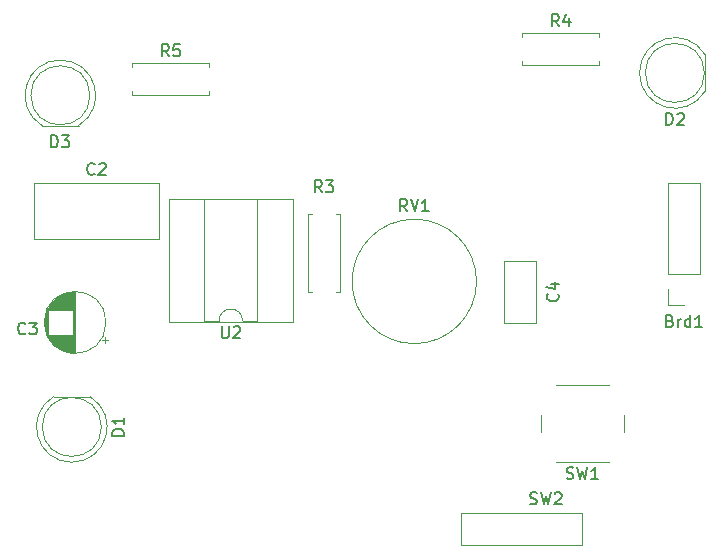
<source format=gto>
%TF.GenerationSoftware,KiCad,Pcbnew,8.0.8*%
%TF.CreationDate,2025-05-07T16:47:23+03:00*%
%TF.ProjectId,Adacel,41646163-656c-42e6-9b69-6361645f7063,rev?*%
%TF.SameCoordinates,Original*%
%TF.FileFunction,Legend,Top*%
%TF.FilePolarity,Positive*%
%FSLAX46Y46*%
G04 Gerber Fmt 4.6, Leading zero omitted, Abs format (unit mm)*
G04 Created by KiCad (PCBNEW 8.0.8) date 2025-05-07 16:47:23*
%MOMM*%
%LPD*%
G01*
G04 APERTURE LIST*
%ADD10C,0.150000*%
%ADD11C,0.120000*%
%ADD12C,2.700000*%
%ADD13R,1.800000X1.800000*%
%ADD14C,1.800000*%
%ADD15C,1.600000*%
%ADD16O,1.600000X1.600000*%
%ADD17C,2.000000*%
%ADD18R,1.600000X1.600000*%
%ADD19R,2.400000X1.600000*%
%ADD20O,2.400000X1.600000*%
%ADD21C,2.340000*%
%ADD22R,1.500000X1.500000*%
%ADD23R,1.700000X1.700000*%
%ADD24O,1.700000X1.700000*%
G04 APERTURE END LIST*
D10*
X113380819Y-86082094D02*
X112380819Y-86082094D01*
X112380819Y-86082094D02*
X112380819Y-85843999D01*
X112380819Y-85843999D02*
X112428438Y-85701142D01*
X112428438Y-85701142D02*
X112523676Y-85605904D01*
X112523676Y-85605904D02*
X112618914Y-85558285D01*
X112618914Y-85558285D02*
X112809390Y-85510666D01*
X112809390Y-85510666D02*
X112952247Y-85510666D01*
X112952247Y-85510666D02*
X113142723Y-85558285D01*
X113142723Y-85558285D02*
X113237961Y-85605904D01*
X113237961Y-85605904D02*
X113333200Y-85701142D01*
X113333200Y-85701142D02*
X113380819Y-85843999D01*
X113380819Y-85843999D02*
X113380819Y-86082094D01*
X113380819Y-84558285D02*
X113380819Y-85129713D01*
X113380819Y-84843999D02*
X112380819Y-84843999D01*
X112380819Y-84843999D02*
X112523676Y-84939237D01*
X112523676Y-84939237D02*
X112618914Y-85034475D01*
X112618914Y-85034475D02*
X112666533Y-85129713D01*
X117181333Y-53964819D02*
X116848000Y-53488628D01*
X116609905Y-53964819D02*
X116609905Y-52964819D01*
X116609905Y-52964819D02*
X116990857Y-52964819D01*
X116990857Y-52964819D02*
X117086095Y-53012438D01*
X117086095Y-53012438D02*
X117133714Y-53060057D01*
X117133714Y-53060057D02*
X117181333Y-53155295D01*
X117181333Y-53155295D02*
X117181333Y-53298152D01*
X117181333Y-53298152D02*
X117133714Y-53393390D01*
X117133714Y-53393390D02*
X117086095Y-53441009D01*
X117086095Y-53441009D02*
X116990857Y-53488628D01*
X116990857Y-53488628D02*
X116609905Y-53488628D01*
X118086095Y-52964819D02*
X117609905Y-52964819D01*
X117609905Y-52964819D02*
X117562286Y-53441009D01*
X117562286Y-53441009D02*
X117609905Y-53393390D01*
X117609905Y-53393390D02*
X117705143Y-53345771D01*
X117705143Y-53345771D02*
X117943238Y-53345771D01*
X117943238Y-53345771D02*
X118038476Y-53393390D01*
X118038476Y-53393390D02*
X118086095Y-53441009D01*
X118086095Y-53441009D02*
X118133714Y-53536247D01*
X118133714Y-53536247D02*
X118133714Y-53774342D01*
X118133714Y-53774342D02*
X118086095Y-53869580D01*
X118086095Y-53869580D02*
X118038476Y-53917200D01*
X118038476Y-53917200D02*
X117943238Y-53964819D01*
X117943238Y-53964819D02*
X117705143Y-53964819D01*
X117705143Y-53964819D02*
X117609905Y-53917200D01*
X117609905Y-53917200D02*
X117562286Y-53869580D01*
X159286905Y-59786819D02*
X159286905Y-58786819D01*
X159286905Y-58786819D02*
X159525000Y-58786819D01*
X159525000Y-58786819D02*
X159667857Y-58834438D01*
X159667857Y-58834438D02*
X159763095Y-58929676D01*
X159763095Y-58929676D02*
X159810714Y-59024914D01*
X159810714Y-59024914D02*
X159858333Y-59215390D01*
X159858333Y-59215390D02*
X159858333Y-59358247D01*
X159858333Y-59358247D02*
X159810714Y-59548723D01*
X159810714Y-59548723D02*
X159763095Y-59643961D01*
X159763095Y-59643961D02*
X159667857Y-59739200D01*
X159667857Y-59739200D02*
X159525000Y-59786819D01*
X159525000Y-59786819D02*
X159286905Y-59786819D01*
X160239286Y-58882057D02*
X160286905Y-58834438D01*
X160286905Y-58834438D02*
X160382143Y-58786819D01*
X160382143Y-58786819D02*
X160620238Y-58786819D01*
X160620238Y-58786819D02*
X160715476Y-58834438D01*
X160715476Y-58834438D02*
X160763095Y-58882057D01*
X160763095Y-58882057D02*
X160810714Y-58977295D01*
X160810714Y-58977295D02*
X160810714Y-59072533D01*
X160810714Y-59072533D02*
X160763095Y-59215390D01*
X160763095Y-59215390D02*
X160191667Y-59786819D01*
X160191667Y-59786819D02*
X160810714Y-59786819D01*
X150092580Y-74080666D02*
X150140200Y-74128285D01*
X150140200Y-74128285D02*
X150187819Y-74271142D01*
X150187819Y-74271142D02*
X150187819Y-74366380D01*
X150187819Y-74366380D02*
X150140200Y-74509237D01*
X150140200Y-74509237D02*
X150044961Y-74604475D01*
X150044961Y-74604475D02*
X149949723Y-74652094D01*
X149949723Y-74652094D02*
X149759247Y-74699713D01*
X149759247Y-74699713D02*
X149616390Y-74699713D01*
X149616390Y-74699713D02*
X149425914Y-74652094D01*
X149425914Y-74652094D02*
X149330676Y-74604475D01*
X149330676Y-74604475D02*
X149235438Y-74509237D01*
X149235438Y-74509237D02*
X149187819Y-74366380D01*
X149187819Y-74366380D02*
X149187819Y-74271142D01*
X149187819Y-74271142D02*
X149235438Y-74128285D01*
X149235438Y-74128285D02*
X149283057Y-74080666D01*
X149521152Y-73223523D02*
X150187819Y-73223523D01*
X149140200Y-73461618D02*
X149854485Y-73699713D01*
X149854485Y-73699713D02*
X149854485Y-73080666D01*
X107211905Y-61668819D02*
X107211905Y-60668819D01*
X107211905Y-60668819D02*
X107450000Y-60668819D01*
X107450000Y-60668819D02*
X107592857Y-60716438D01*
X107592857Y-60716438D02*
X107688095Y-60811676D01*
X107688095Y-60811676D02*
X107735714Y-60906914D01*
X107735714Y-60906914D02*
X107783333Y-61097390D01*
X107783333Y-61097390D02*
X107783333Y-61240247D01*
X107783333Y-61240247D02*
X107735714Y-61430723D01*
X107735714Y-61430723D02*
X107688095Y-61525961D01*
X107688095Y-61525961D02*
X107592857Y-61621200D01*
X107592857Y-61621200D02*
X107450000Y-61668819D01*
X107450000Y-61668819D02*
X107211905Y-61668819D01*
X108116667Y-60668819D02*
X108735714Y-60668819D01*
X108735714Y-60668819D02*
X108402381Y-61049771D01*
X108402381Y-61049771D02*
X108545238Y-61049771D01*
X108545238Y-61049771D02*
X108640476Y-61097390D01*
X108640476Y-61097390D02*
X108688095Y-61145009D01*
X108688095Y-61145009D02*
X108735714Y-61240247D01*
X108735714Y-61240247D02*
X108735714Y-61478342D01*
X108735714Y-61478342D02*
X108688095Y-61573580D01*
X108688095Y-61573580D02*
X108640476Y-61621200D01*
X108640476Y-61621200D02*
X108545238Y-61668819D01*
X108545238Y-61668819D02*
X108259524Y-61668819D01*
X108259524Y-61668819D02*
X108164286Y-61621200D01*
X108164286Y-61621200D02*
X108116667Y-61573580D01*
X110891333Y-63915580D02*
X110843714Y-63963200D01*
X110843714Y-63963200D02*
X110700857Y-64010819D01*
X110700857Y-64010819D02*
X110605619Y-64010819D01*
X110605619Y-64010819D02*
X110462762Y-63963200D01*
X110462762Y-63963200D02*
X110367524Y-63867961D01*
X110367524Y-63867961D02*
X110319905Y-63772723D01*
X110319905Y-63772723D02*
X110272286Y-63582247D01*
X110272286Y-63582247D02*
X110272286Y-63439390D01*
X110272286Y-63439390D02*
X110319905Y-63248914D01*
X110319905Y-63248914D02*
X110367524Y-63153676D01*
X110367524Y-63153676D02*
X110462762Y-63058438D01*
X110462762Y-63058438D02*
X110605619Y-63010819D01*
X110605619Y-63010819D02*
X110700857Y-63010819D01*
X110700857Y-63010819D02*
X110843714Y-63058438D01*
X110843714Y-63058438D02*
X110891333Y-63106057D01*
X111272286Y-63106057D02*
X111319905Y-63058438D01*
X111319905Y-63058438D02*
X111415143Y-63010819D01*
X111415143Y-63010819D02*
X111653238Y-63010819D01*
X111653238Y-63010819D02*
X111748476Y-63058438D01*
X111748476Y-63058438D02*
X111796095Y-63106057D01*
X111796095Y-63106057D02*
X111843714Y-63201295D01*
X111843714Y-63201295D02*
X111843714Y-63296533D01*
X111843714Y-63296533D02*
X111796095Y-63439390D01*
X111796095Y-63439390D02*
X111224667Y-64010819D01*
X111224667Y-64010819D02*
X111843714Y-64010819D01*
X105039333Y-77413580D02*
X104991714Y-77461200D01*
X104991714Y-77461200D02*
X104848857Y-77508819D01*
X104848857Y-77508819D02*
X104753619Y-77508819D01*
X104753619Y-77508819D02*
X104610762Y-77461200D01*
X104610762Y-77461200D02*
X104515524Y-77365961D01*
X104515524Y-77365961D02*
X104467905Y-77270723D01*
X104467905Y-77270723D02*
X104420286Y-77080247D01*
X104420286Y-77080247D02*
X104420286Y-76937390D01*
X104420286Y-76937390D02*
X104467905Y-76746914D01*
X104467905Y-76746914D02*
X104515524Y-76651676D01*
X104515524Y-76651676D02*
X104610762Y-76556438D01*
X104610762Y-76556438D02*
X104753619Y-76508819D01*
X104753619Y-76508819D02*
X104848857Y-76508819D01*
X104848857Y-76508819D02*
X104991714Y-76556438D01*
X104991714Y-76556438D02*
X105039333Y-76604057D01*
X105372667Y-76508819D02*
X105991714Y-76508819D01*
X105991714Y-76508819D02*
X105658381Y-76889771D01*
X105658381Y-76889771D02*
X105801238Y-76889771D01*
X105801238Y-76889771D02*
X105896476Y-76937390D01*
X105896476Y-76937390D02*
X105944095Y-76985009D01*
X105944095Y-76985009D02*
X105991714Y-77080247D01*
X105991714Y-77080247D02*
X105991714Y-77318342D01*
X105991714Y-77318342D02*
X105944095Y-77413580D01*
X105944095Y-77413580D02*
X105896476Y-77461200D01*
X105896476Y-77461200D02*
X105801238Y-77508819D01*
X105801238Y-77508819D02*
X105515524Y-77508819D01*
X105515524Y-77508819D02*
X105420286Y-77461200D01*
X105420286Y-77461200D02*
X105372667Y-77413580D01*
X121666095Y-76824819D02*
X121666095Y-77634342D01*
X121666095Y-77634342D02*
X121713714Y-77729580D01*
X121713714Y-77729580D02*
X121761333Y-77777200D01*
X121761333Y-77777200D02*
X121856571Y-77824819D01*
X121856571Y-77824819D02*
X122047047Y-77824819D01*
X122047047Y-77824819D02*
X122142285Y-77777200D01*
X122142285Y-77777200D02*
X122189904Y-77729580D01*
X122189904Y-77729580D02*
X122237523Y-77634342D01*
X122237523Y-77634342D02*
X122237523Y-76824819D01*
X122666095Y-76920057D02*
X122713714Y-76872438D01*
X122713714Y-76872438D02*
X122808952Y-76824819D01*
X122808952Y-76824819D02*
X123047047Y-76824819D01*
X123047047Y-76824819D02*
X123142285Y-76872438D01*
X123142285Y-76872438D02*
X123189904Y-76920057D01*
X123189904Y-76920057D02*
X123237523Y-77015295D01*
X123237523Y-77015295D02*
X123237523Y-77110533D01*
X123237523Y-77110533D02*
X123189904Y-77253390D01*
X123189904Y-77253390D02*
X122618476Y-77824819D01*
X122618476Y-77824819D02*
X123237523Y-77824819D01*
X130135333Y-65478819D02*
X129802000Y-65002628D01*
X129563905Y-65478819D02*
X129563905Y-64478819D01*
X129563905Y-64478819D02*
X129944857Y-64478819D01*
X129944857Y-64478819D02*
X130040095Y-64526438D01*
X130040095Y-64526438D02*
X130087714Y-64574057D01*
X130087714Y-64574057D02*
X130135333Y-64669295D01*
X130135333Y-64669295D02*
X130135333Y-64812152D01*
X130135333Y-64812152D02*
X130087714Y-64907390D01*
X130087714Y-64907390D02*
X130040095Y-64955009D01*
X130040095Y-64955009D02*
X129944857Y-65002628D01*
X129944857Y-65002628D02*
X129563905Y-65002628D01*
X130468667Y-64478819D02*
X131087714Y-64478819D01*
X131087714Y-64478819D02*
X130754381Y-64859771D01*
X130754381Y-64859771D02*
X130897238Y-64859771D01*
X130897238Y-64859771D02*
X130992476Y-64907390D01*
X130992476Y-64907390D02*
X131040095Y-64955009D01*
X131040095Y-64955009D02*
X131087714Y-65050247D01*
X131087714Y-65050247D02*
X131087714Y-65288342D01*
X131087714Y-65288342D02*
X131040095Y-65383580D01*
X131040095Y-65383580D02*
X130992476Y-65431200D01*
X130992476Y-65431200D02*
X130897238Y-65478819D01*
X130897238Y-65478819D02*
X130611524Y-65478819D01*
X130611524Y-65478819D02*
X130516286Y-65431200D01*
X130516286Y-65431200D02*
X130468667Y-65383580D01*
X137366761Y-67079819D02*
X137033428Y-66603628D01*
X136795333Y-67079819D02*
X136795333Y-66079819D01*
X136795333Y-66079819D02*
X137176285Y-66079819D01*
X137176285Y-66079819D02*
X137271523Y-66127438D01*
X137271523Y-66127438D02*
X137319142Y-66175057D01*
X137319142Y-66175057D02*
X137366761Y-66270295D01*
X137366761Y-66270295D02*
X137366761Y-66413152D01*
X137366761Y-66413152D02*
X137319142Y-66508390D01*
X137319142Y-66508390D02*
X137271523Y-66556009D01*
X137271523Y-66556009D02*
X137176285Y-66603628D01*
X137176285Y-66603628D02*
X136795333Y-66603628D01*
X137652476Y-66079819D02*
X137985809Y-67079819D01*
X137985809Y-67079819D02*
X138319142Y-66079819D01*
X139176285Y-67079819D02*
X138604857Y-67079819D01*
X138890571Y-67079819D02*
X138890571Y-66079819D01*
X138890571Y-66079819D02*
X138795333Y-66222676D01*
X138795333Y-66222676D02*
X138700095Y-66317914D01*
X138700095Y-66317914D02*
X138604857Y-66365533D01*
X147764667Y-91847200D02*
X147907524Y-91894819D01*
X147907524Y-91894819D02*
X148145619Y-91894819D01*
X148145619Y-91894819D02*
X148240857Y-91847200D01*
X148240857Y-91847200D02*
X148288476Y-91799580D01*
X148288476Y-91799580D02*
X148336095Y-91704342D01*
X148336095Y-91704342D02*
X148336095Y-91609104D01*
X148336095Y-91609104D02*
X148288476Y-91513866D01*
X148288476Y-91513866D02*
X148240857Y-91466247D01*
X148240857Y-91466247D02*
X148145619Y-91418628D01*
X148145619Y-91418628D02*
X147955143Y-91371009D01*
X147955143Y-91371009D02*
X147859905Y-91323390D01*
X147859905Y-91323390D02*
X147812286Y-91275771D01*
X147812286Y-91275771D02*
X147764667Y-91180533D01*
X147764667Y-91180533D02*
X147764667Y-91085295D01*
X147764667Y-91085295D02*
X147812286Y-90990057D01*
X147812286Y-90990057D02*
X147859905Y-90942438D01*
X147859905Y-90942438D02*
X147955143Y-90894819D01*
X147955143Y-90894819D02*
X148193238Y-90894819D01*
X148193238Y-90894819D02*
X148336095Y-90942438D01*
X148669429Y-90894819D02*
X148907524Y-91894819D01*
X148907524Y-91894819D02*
X149098000Y-91180533D01*
X149098000Y-91180533D02*
X149288476Y-91894819D01*
X149288476Y-91894819D02*
X149526572Y-90894819D01*
X149859905Y-90990057D02*
X149907524Y-90942438D01*
X149907524Y-90942438D02*
X150002762Y-90894819D01*
X150002762Y-90894819D02*
X150240857Y-90894819D01*
X150240857Y-90894819D02*
X150336095Y-90942438D01*
X150336095Y-90942438D02*
X150383714Y-90990057D01*
X150383714Y-90990057D02*
X150431333Y-91085295D01*
X150431333Y-91085295D02*
X150431333Y-91180533D01*
X150431333Y-91180533D02*
X150383714Y-91323390D01*
X150383714Y-91323390D02*
X149812286Y-91894819D01*
X149812286Y-91894819D02*
X150431333Y-91894819D01*
X150864667Y-89711200D02*
X151007524Y-89758819D01*
X151007524Y-89758819D02*
X151245619Y-89758819D01*
X151245619Y-89758819D02*
X151340857Y-89711200D01*
X151340857Y-89711200D02*
X151388476Y-89663580D01*
X151388476Y-89663580D02*
X151436095Y-89568342D01*
X151436095Y-89568342D02*
X151436095Y-89473104D01*
X151436095Y-89473104D02*
X151388476Y-89377866D01*
X151388476Y-89377866D02*
X151340857Y-89330247D01*
X151340857Y-89330247D02*
X151245619Y-89282628D01*
X151245619Y-89282628D02*
X151055143Y-89235009D01*
X151055143Y-89235009D02*
X150959905Y-89187390D01*
X150959905Y-89187390D02*
X150912286Y-89139771D01*
X150912286Y-89139771D02*
X150864667Y-89044533D01*
X150864667Y-89044533D02*
X150864667Y-88949295D01*
X150864667Y-88949295D02*
X150912286Y-88854057D01*
X150912286Y-88854057D02*
X150959905Y-88806438D01*
X150959905Y-88806438D02*
X151055143Y-88758819D01*
X151055143Y-88758819D02*
X151293238Y-88758819D01*
X151293238Y-88758819D02*
X151436095Y-88806438D01*
X151769429Y-88758819D02*
X152007524Y-89758819D01*
X152007524Y-89758819D02*
X152198000Y-89044533D01*
X152198000Y-89044533D02*
X152388476Y-89758819D01*
X152388476Y-89758819D02*
X152626572Y-88758819D01*
X153531333Y-89758819D02*
X152959905Y-89758819D01*
X153245619Y-89758819D02*
X153245619Y-88758819D01*
X153245619Y-88758819D02*
X153150381Y-88901676D01*
X153150381Y-88901676D02*
X153055143Y-88996914D01*
X153055143Y-88996914D02*
X152959905Y-89044533D01*
X159615333Y-76361009D02*
X159758190Y-76408628D01*
X159758190Y-76408628D02*
X159805809Y-76456247D01*
X159805809Y-76456247D02*
X159853428Y-76551485D01*
X159853428Y-76551485D02*
X159853428Y-76694342D01*
X159853428Y-76694342D02*
X159805809Y-76789580D01*
X159805809Y-76789580D02*
X159758190Y-76837200D01*
X159758190Y-76837200D02*
X159662952Y-76884819D01*
X159662952Y-76884819D02*
X159282000Y-76884819D01*
X159282000Y-76884819D02*
X159282000Y-75884819D01*
X159282000Y-75884819D02*
X159615333Y-75884819D01*
X159615333Y-75884819D02*
X159710571Y-75932438D01*
X159710571Y-75932438D02*
X159758190Y-75980057D01*
X159758190Y-75980057D02*
X159805809Y-76075295D01*
X159805809Y-76075295D02*
X159805809Y-76170533D01*
X159805809Y-76170533D02*
X159758190Y-76265771D01*
X159758190Y-76265771D02*
X159710571Y-76313390D01*
X159710571Y-76313390D02*
X159615333Y-76361009D01*
X159615333Y-76361009D02*
X159282000Y-76361009D01*
X160282000Y-76884819D02*
X160282000Y-76218152D01*
X160282000Y-76408628D02*
X160329619Y-76313390D01*
X160329619Y-76313390D02*
X160377238Y-76265771D01*
X160377238Y-76265771D02*
X160472476Y-76218152D01*
X160472476Y-76218152D02*
X160567714Y-76218152D01*
X161329619Y-76884819D02*
X161329619Y-75884819D01*
X161329619Y-76837200D02*
X161234381Y-76884819D01*
X161234381Y-76884819D02*
X161043905Y-76884819D01*
X161043905Y-76884819D02*
X160948667Y-76837200D01*
X160948667Y-76837200D02*
X160901048Y-76789580D01*
X160901048Y-76789580D02*
X160853429Y-76694342D01*
X160853429Y-76694342D02*
X160853429Y-76408628D01*
X160853429Y-76408628D02*
X160901048Y-76313390D01*
X160901048Y-76313390D02*
X160948667Y-76265771D01*
X160948667Y-76265771D02*
X161043905Y-76218152D01*
X161043905Y-76218152D02*
X161234381Y-76218152D01*
X161234381Y-76218152D02*
X161329619Y-76265771D01*
X162329619Y-76884819D02*
X161758191Y-76884819D01*
X162043905Y-76884819D02*
X162043905Y-75884819D01*
X162043905Y-75884819D02*
X161948667Y-76027676D01*
X161948667Y-76027676D02*
X161853429Y-76122914D01*
X161853429Y-76122914D02*
X161758191Y-76170533D01*
X150201333Y-51424819D02*
X149868000Y-50948628D01*
X149629905Y-51424819D02*
X149629905Y-50424819D01*
X149629905Y-50424819D02*
X150010857Y-50424819D01*
X150010857Y-50424819D02*
X150106095Y-50472438D01*
X150106095Y-50472438D02*
X150153714Y-50520057D01*
X150153714Y-50520057D02*
X150201333Y-50615295D01*
X150201333Y-50615295D02*
X150201333Y-50758152D01*
X150201333Y-50758152D02*
X150153714Y-50853390D01*
X150153714Y-50853390D02*
X150106095Y-50901009D01*
X150106095Y-50901009D02*
X150010857Y-50948628D01*
X150010857Y-50948628D02*
X149629905Y-50948628D01*
X151058476Y-50758152D02*
X151058476Y-51424819D01*
X150820381Y-50377200D02*
X150582286Y-51091485D01*
X150582286Y-51091485D02*
X151201333Y-51091485D01*
D11*
X110511000Y-82784000D02*
X107421000Y-82784000D01*
X108965952Y-88334000D02*
G75*
G02*
X107421170Y-82784000I48J2990000D01*
G01*
X110510830Y-82784000D02*
G75*
G02*
X108966048Y-88334000I-1544830J-2560000D01*
G01*
X111466000Y-85344000D02*
G75*
G02*
X106466000Y-85344000I-2500000J0D01*
G01*
X106466000Y-85344000D02*
G75*
G02*
X111466000Y-85344000I2500000J0D01*
G01*
X114078000Y-54510000D02*
X120618000Y-54510000D01*
X114078000Y-54840000D02*
X114078000Y-54510000D01*
X114078000Y-56920000D02*
X114078000Y-57250000D01*
X114078000Y-57250000D02*
X120618000Y-57250000D01*
X120618000Y-54510000D02*
X120618000Y-54840000D01*
X120618000Y-57250000D02*
X120618000Y-56920000D01*
X162585000Y-56917000D02*
X162585000Y-53827000D01*
X157035000Y-55371952D02*
G75*
G02*
X162585000Y-53827170I2990000J-48D01*
G01*
X162585000Y-56916830D02*
G75*
G02*
X157035000Y-55372048I-2560000J1544830D01*
G01*
X162525000Y-55372000D02*
G75*
G02*
X157525000Y-55372000I-2500000J0D01*
G01*
X157525000Y-55372000D02*
G75*
G02*
X162525000Y-55372000I2500000J0D01*
G01*
X145569000Y-71274000D02*
X145569000Y-76514000D01*
X148309000Y-71274000D02*
X145569000Y-71274000D01*
X148309000Y-71274000D02*
X148309000Y-76514000D01*
X148309000Y-76514000D02*
X145569000Y-76514000D01*
X106455000Y-59830000D02*
X109545000Y-59830000D01*
X106455170Y-59830000D02*
G75*
G02*
X107999952Y-54280000I1544830J2560000D01*
G01*
X108000048Y-54280000D02*
G75*
G02*
X109544830Y-59830000I-48J-2990000D01*
G01*
X110500000Y-57270000D02*
G75*
G02*
X105500000Y-57270000I-2500000J0D01*
G01*
X105500000Y-57270000D02*
G75*
G02*
X110500000Y-57270000I2500000J0D01*
G01*
X105788000Y-64686000D02*
X105788000Y-69426000D01*
X105788000Y-64686000D02*
X116328000Y-64686000D01*
X105788000Y-69426000D02*
X116328000Y-69426000D01*
X116328000Y-64686000D02*
X116328000Y-69426000D01*
X106639000Y-76784000D02*
X106639000Y-76216000D01*
X106679000Y-77018000D02*
X106679000Y-75982000D01*
X106719000Y-77177000D02*
X106719000Y-75823000D01*
X106759000Y-77305000D02*
X106759000Y-75695000D01*
X106799000Y-77415000D02*
X106799000Y-75585000D01*
X106839000Y-77511000D02*
X106839000Y-75489000D01*
X106879000Y-77598000D02*
X106879000Y-75402000D01*
X106919000Y-77678000D02*
X106919000Y-75322000D01*
X106959000Y-75460000D02*
X106959000Y-75249000D01*
X106959000Y-77751000D02*
X106959000Y-77540000D01*
X106999000Y-75460000D02*
X106999000Y-75181000D01*
X106999000Y-77819000D02*
X106999000Y-77540000D01*
X107039000Y-75460000D02*
X107039000Y-75117000D01*
X107039000Y-77883000D02*
X107039000Y-77540000D01*
X107079000Y-75460000D02*
X107079000Y-75057000D01*
X107079000Y-77943000D02*
X107079000Y-77540000D01*
X107119000Y-75460000D02*
X107119000Y-75000000D01*
X107119000Y-78000000D02*
X107119000Y-77540000D01*
X107159000Y-75460000D02*
X107159000Y-74946000D01*
X107159000Y-78054000D02*
X107159000Y-77540000D01*
X107199000Y-75460000D02*
X107199000Y-74895000D01*
X107199000Y-78105000D02*
X107199000Y-77540000D01*
X107239000Y-75460000D02*
X107239000Y-74847000D01*
X107239000Y-78153000D02*
X107239000Y-77540000D01*
X107279000Y-75460000D02*
X107279000Y-74801000D01*
X107279000Y-78199000D02*
X107279000Y-77540000D01*
X107319000Y-75460000D02*
X107319000Y-74757000D01*
X107319000Y-78243000D02*
X107319000Y-77540000D01*
X107359000Y-75460000D02*
X107359000Y-74715000D01*
X107359000Y-78285000D02*
X107359000Y-77540000D01*
X107399000Y-75460000D02*
X107399000Y-74674000D01*
X107399000Y-78326000D02*
X107399000Y-77540000D01*
X107439000Y-75460000D02*
X107439000Y-74636000D01*
X107439000Y-78364000D02*
X107439000Y-77540000D01*
X107479000Y-75460000D02*
X107479000Y-74599000D01*
X107479000Y-78401000D02*
X107479000Y-77540000D01*
X107519000Y-75460000D02*
X107519000Y-74563000D01*
X107519000Y-78437000D02*
X107519000Y-77540000D01*
X107559000Y-75460000D02*
X107559000Y-74529000D01*
X107559000Y-78471000D02*
X107559000Y-77540000D01*
X107599000Y-75460000D02*
X107599000Y-74496000D01*
X107599000Y-78504000D02*
X107599000Y-77540000D01*
X107639000Y-75460000D02*
X107639000Y-74465000D01*
X107639000Y-78535000D02*
X107639000Y-77540000D01*
X107679000Y-75460000D02*
X107679000Y-74435000D01*
X107679000Y-78565000D02*
X107679000Y-77540000D01*
X107719000Y-75460000D02*
X107719000Y-74405000D01*
X107719000Y-78595000D02*
X107719000Y-77540000D01*
X107759000Y-75460000D02*
X107759000Y-74378000D01*
X107759000Y-78622000D02*
X107759000Y-77540000D01*
X107799000Y-75460000D02*
X107799000Y-74351000D01*
X107799000Y-78649000D02*
X107799000Y-77540000D01*
X107839000Y-75460000D02*
X107839000Y-74325000D01*
X107839000Y-78675000D02*
X107839000Y-77540000D01*
X107879000Y-75460000D02*
X107879000Y-74300000D01*
X107879000Y-78700000D02*
X107879000Y-77540000D01*
X107919000Y-75460000D02*
X107919000Y-74276000D01*
X107919000Y-78724000D02*
X107919000Y-77540000D01*
X107959000Y-75460000D02*
X107959000Y-74253000D01*
X107959000Y-78747000D02*
X107959000Y-77540000D01*
X107999000Y-75460000D02*
X107999000Y-74232000D01*
X107999000Y-78768000D02*
X107999000Y-77540000D01*
X108039000Y-75460000D02*
X108039000Y-74210000D01*
X108039000Y-78790000D02*
X108039000Y-77540000D01*
X108079000Y-75460000D02*
X108079000Y-74190000D01*
X108079000Y-78810000D02*
X108079000Y-77540000D01*
X108119000Y-75460000D02*
X108119000Y-74171000D01*
X108119000Y-78829000D02*
X108119000Y-77540000D01*
X108159000Y-75460000D02*
X108159000Y-74152000D01*
X108159000Y-78848000D02*
X108159000Y-77540000D01*
X108199000Y-75460000D02*
X108199000Y-74135000D01*
X108199000Y-78865000D02*
X108199000Y-77540000D01*
X108239000Y-75460000D02*
X108239000Y-74118000D01*
X108239000Y-78882000D02*
X108239000Y-77540000D01*
X108279000Y-75460000D02*
X108279000Y-74102000D01*
X108279000Y-78898000D02*
X108279000Y-77540000D01*
X108319000Y-75460000D02*
X108319000Y-74086000D01*
X108319000Y-78914000D02*
X108319000Y-77540000D01*
X108359000Y-75460000D02*
X108359000Y-74072000D01*
X108359000Y-78928000D02*
X108359000Y-77540000D01*
X108399000Y-75460000D02*
X108399000Y-74058000D01*
X108399000Y-78942000D02*
X108399000Y-77540000D01*
X108439000Y-75460000D02*
X108439000Y-74045000D01*
X108439000Y-78955000D02*
X108439000Y-77540000D01*
X108479000Y-75460000D02*
X108479000Y-74032000D01*
X108479000Y-78968000D02*
X108479000Y-77540000D01*
X108519000Y-75460000D02*
X108519000Y-74020000D01*
X108519000Y-78980000D02*
X108519000Y-77540000D01*
X108560000Y-75460000D02*
X108560000Y-74009000D01*
X108560000Y-78991000D02*
X108560000Y-77540000D01*
X108600000Y-75460000D02*
X108600000Y-73999000D01*
X108600000Y-79001000D02*
X108600000Y-77540000D01*
X108640000Y-75460000D02*
X108640000Y-73989000D01*
X108640000Y-79011000D02*
X108640000Y-77540000D01*
X108680000Y-75460000D02*
X108680000Y-73980000D01*
X108680000Y-79020000D02*
X108680000Y-77540000D01*
X108720000Y-75460000D02*
X108720000Y-73972000D01*
X108720000Y-79028000D02*
X108720000Y-77540000D01*
X108760000Y-75460000D02*
X108760000Y-73964000D01*
X108760000Y-79036000D02*
X108760000Y-77540000D01*
X108800000Y-75460000D02*
X108800000Y-73957000D01*
X108800000Y-79043000D02*
X108800000Y-77540000D01*
X108840000Y-75460000D02*
X108840000Y-73950000D01*
X108840000Y-79050000D02*
X108840000Y-77540000D01*
X108880000Y-75460000D02*
X108880000Y-73944000D01*
X108880000Y-79056000D02*
X108880000Y-77540000D01*
X108920000Y-75460000D02*
X108920000Y-73939000D01*
X108920000Y-79061000D02*
X108920000Y-77540000D01*
X108960000Y-75460000D02*
X108960000Y-73935000D01*
X108960000Y-79065000D02*
X108960000Y-77540000D01*
X109000000Y-75460000D02*
X109000000Y-73931000D01*
X109000000Y-79069000D02*
X109000000Y-77540000D01*
X109040000Y-79073000D02*
X109040000Y-73927000D01*
X109080000Y-79076000D02*
X109080000Y-73924000D01*
X109120000Y-79078000D02*
X109120000Y-73922000D01*
X109160000Y-79079000D02*
X109160000Y-73921000D01*
X109200000Y-79080000D02*
X109200000Y-73920000D01*
X109240000Y-79080000D02*
X109240000Y-73920000D01*
X111794775Y-78225000D02*
X111794775Y-77725000D01*
X112044775Y-77975000D02*
X111544775Y-77975000D01*
X111860000Y-76500000D02*
G75*
G02*
X106620000Y-76500000I-2620000J0D01*
G01*
X106620000Y-76500000D02*
G75*
G02*
X111860000Y-76500000I2620000J0D01*
G01*
X117178000Y-66030000D02*
X117178000Y-76430000D01*
X117178000Y-76430000D02*
X127678000Y-76430000D01*
X120178000Y-66090000D02*
X120178000Y-76370000D01*
X120178000Y-76370000D02*
X121428000Y-76370000D01*
X123428000Y-76370000D02*
X124678000Y-76370000D01*
X124678000Y-66090000D02*
X120178000Y-66090000D01*
X124678000Y-76370000D02*
X124678000Y-66090000D01*
X127678000Y-66030000D02*
X117178000Y-66030000D01*
X127678000Y-76430000D02*
X127678000Y-66030000D01*
X121428000Y-76370000D02*
G75*
G02*
X123428000Y-76370000I1000000J0D01*
G01*
X128932000Y-67342000D02*
X128932000Y-73882000D01*
X128932000Y-73882000D02*
X129262000Y-73882000D01*
X129262000Y-67342000D02*
X128932000Y-67342000D01*
X131342000Y-67342000D02*
X131672000Y-67342000D01*
X131672000Y-67342000D02*
X131672000Y-73882000D01*
X131672000Y-73882000D02*
X131342000Y-73882000D01*
X143233000Y-73025000D02*
G75*
G02*
X132693000Y-73025000I-5270000J0D01*
G01*
X132693000Y-73025000D02*
G75*
G02*
X143233000Y-73025000I5270000J0D01*
G01*
X141956000Y-92620000D02*
X152176000Y-92620000D01*
X152176000Y-95340000D01*
X141956000Y-95340000D01*
X141956000Y-92620000D01*
X148698000Y-84304000D02*
X148698000Y-85804000D01*
X149948000Y-88304000D02*
X154448000Y-88304000D01*
X154448000Y-81804000D02*
X149948000Y-81804000D01*
X155698000Y-85804000D02*
X155698000Y-84304000D01*
X159452000Y-72390000D02*
X159452000Y-64710000D01*
X159452000Y-74990000D02*
X159452000Y-73660000D01*
X160782000Y-74990000D02*
X159452000Y-74990000D01*
X162112000Y-64710000D02*
X159452000Y-64710000D01*
X162112000Y-72390000D02*
X159452000Y-72390000D01*
X162112000Y-72390000D02*
X162112000Y-64710000D01*
X147098000Y-51970000D02*
X153638000Y-51970000D01*
X147098000Y-52300000D02*
X147098000Y-51970000D01*
X147098000Y-54380000D02*
X147098000Y-54710000D01*
X147098000Y-54710000D02*
X153638000Y-54710000D01*
X153638000Y-51970000D02*
X153638000Y-52300000D01*
X153638000Y-54710000D02*
X153638000Y-54380000D01*
%LPC*%
D12*
X161500000Y-47500000D03*
D13*
X108966000Y-84074000D03*
D14*
X108966000Y-86614000D03*
D15*
X113538000Y-55880000D03*
D16*
X121158000Y-55880000D03*
D13*
X161295000Y-55372000D03*
D14*
X158755000Y-55372000D03*
D15*
X146939000Y-72644000D03*
X146939000Y-75144000D03*
D12*
X103500000Y-96500000D03*
D13*
X108000000Y-58540000D03*
D14*
X108000000Y-56000000D03*
D12*
X103500000Y-47500000D03*
D17*
X107308000Y-67056000D03*
X114808000Y-67056000D03*
D18*
X110490000Y-76500000D03*
D15*
X107990000Y-76500000D03*
D19*
X126238000Y-75040000D03*
D20*
X126238000Y-72500000D03*
X126238000Y-69960000D03*
X126238000Y-67420000D03*
X118618000Y-67420000D03*
X118618000Y-69960000D03*
X118618000Y-72500000D03*
X118618000Y-75040000D03*
D12*
X161500000Y-96500000D03*
D15*
X130302000Y-66802000D03*
D16*
X130302000Y-74422000D03*
D21*
X135462000Y-75525000D03*
X140462000Y-73025000D03*
X135462000Y-70525000D03*
D15*
X144526000Y-93980000D03*
D22*
X147066000Y-93980000D03*
D15*
X149606000Y-93980000D03*
D17*
X155448000Y-87304000D03*
X148948000Y-87304000D03*
X155448000Y-82804000D03*
X148948000Y-82804000D03*
D23*
X160782000Y-73660000D03*
D24*
X160782000Y-71120000D03*
X160782000Y-68580000D03*
X160782000Y-66040000D03*
D15*
X146558000Y-53340000D03*
D16*
X154178000Y-53340000D03*
D23*
X108370000Y-48770000D03*
D24*
X108370000Y-46230000D03*
X110910000Y-48770000D03*
X110910000Y-46230000D03*
X113450000Y-48770000D03*
X113450000Y-46230000D03*
X115990000Y-48770000D03*
X115990000Y-46230000D03*
X118530000Y-48770000D03*
X118530000Y-46230000D03*
X121070000Y-48770000D03*
X121070000Y-46230000D03*
X123610000Y-48770000D03*
X123610000Y-46230000D03*
X126150000Y-48770000D03*
X126150000Y-46230000D03*
X128690000Y-48770000D03*
X128690000Y-46230000D03*
X131230000Y-48770000D03*
X131230000Y-46230000D03*
X133770000Y-48770000D03*
X133770000Y-46230000D03*
X136310000Y-48770000D03*
X136310000Y-46230000D03*
X138850000Y-48770000D03*
X138850000Y-46230000D03*
X141390000Y-48770000D03*
X141390000Y-46230000D03*
X143930000Y-48770000D03*
X143930000Y-46230000D03*
X146470000Y-48770000D03*
X146470000Y-46230000D03*
X149010000Y-48770000D03*
X149010000Y-46230000D03*
X151550000Y-48770000D03*
X151550000Y-46230000D03*
X154090000Y-48770000D03*
X154090000Y-46230000D03*
X156630000Y-48770000D03*
X156630000Y-46230000D03*
%LPD*%
M02*

</source>
